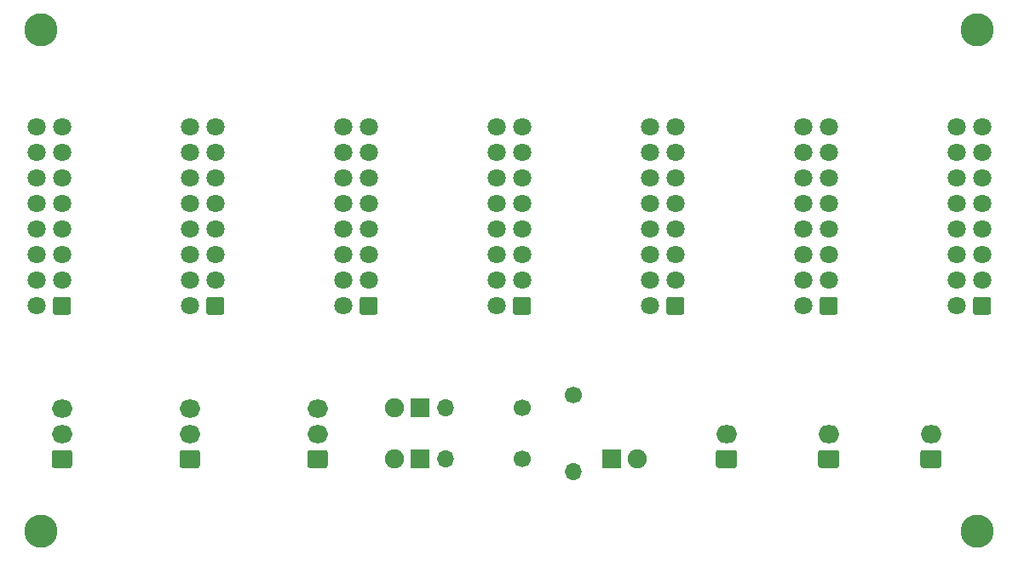
<source format=gbs>
G04 #@! TF.GenerationSoftware,KiCad,Pcbnew,(5.1.6)-1*
G04 #@! TF.CreationDate,2020-12-31T13:30:19+09:00*
G04 #@! TF.ProjectId,ERK01_PSU_EXT,45524b30-315f-4505-9355-5f4558542e6b,Ver.1.1*
G04 #@! TF.SameCoordinates,Original*
G04 #@! TF.FileFunction,Soldermask,Bot*
G04 #@! TF.FilePolarity,Negative*
%FSLAX46Y46*%
G04 Gerber Fmt 4.6, Leading zero omitted, Abs format (unit mm)*
G04 Created by KiCad (PCBNEW (5.1.6)-1) date 2020-12-31 13:30:19*
%MOMM*%
%LPD*%
G01*
G04 APERTURE LIST*
%ADD10C,3.300000*%
%ADD11O,1.700000X1.700000*%
%ADD12C,1.700000*%
%ADD13O,2.050000X1.800000*%
%ADD14O,2.100000X1.800000*%
%ADD15C,1.800000*%
%ADD16C,1.900000*%
%ADD17R,1.900000X1.900000*%
G04 APERTURE END LIST*
D10*
G04 #@! TO.C,H4*
X192580000Y-124000000D03*
G04 #@! TD*
G04 #@! TO.C,H3*
X99520000Y-124000000D03*
G04 #@! TD*
G04 #@! TO.C,H2*
X192580000Y-74120000D03*
G04 #@! TD*
G04 #@! TO.C,H1*
X99520000Y-74120000D03*
G04 #@! TD*
D11*
G04 #@! TO.C,R3*
X139700000Y-111760000D03*
D12*
X147320000Y-111760000D03*
G04 #@! TD*
D11*
G04 #@! TO.C,R2*
X139700000Y-116840000D03*
D12*
X147320000Y-116840000D03*
G04 #@! TD*
D11*
G04 #@! TO.C,R1*
X152400000Y-118110000D03*
D12*
X152400000Y-110490000D03*
G04 #@! TD*
D13*
G04 #@! TO.C,J15*
X127000000Y-111840000D03*
X127000000Y-114340000D03*
G36*
G01*
X127760294Y-117740000D02*
X126239706Y-117740000D01*
G75*
G02*
X125975000Y-117475294I0J264706D01*
G01*
X125975000Y-116204706D01*
G75*
G02*
X126239706Y-115940000I264706J0D01*
G01*
X127760294Y-115940000D01*
G75*
G02*
X128025000Y-116204706I0J-264706D01*
G01*
X128025000Y-117475294D01*
G75*
G02*
X127760294Y-117740000I-264706J0D01*
G01*
G37*
G04 #@! TD*
G04 #@! TO.C,J14*
X114300000Y-111840000D03*
X114300000Y-114340000D03*
G36*
G01*
X115060294Y-117740000D02*
X113539706Y-117740000D01*
G75*
G02*
X113275000Y-117475294I0J264706D01*
G01*
X113275000Y-116204706D01*
G75*
G02*
X113539706Y-115940000I264706J0D01*
G01*
X115060294Y-115940000D01*
G75*
G02*
X115325000Y-116204706I0J-264706D01*
G01*
X115325000Y-117475294D01*
G75*
G02*
X115060294Y-117740000I-264706J0D01*
G01*
G37*
G04 #@! TD*
G04 #@! TO.C,J13*
X101600000Y-111840000D03*
X101600000Y-114340000D03*
G36*
G01*
X102360294Y-117740000D02*
X100839706Y-117740000D01*
G75*
G02*
X100575000Y-117475294I0J264706D01*
G01*
X100575000Y-116204706D01*
G75*
G02*
X100839706Y-115940000I264706J0D01*
G01*
X102360294Y-115940000D01*
G75*
G02*
X102625000Y-116204706I0J-264706D01*
G01*
X102625000Y-117475294D01*
G75*
G02*
X102360294Y-117740000I-264706J0D01*
G01*
G37*
G04 #@! TD*
D14*
G04 #@! TO.C,J10*
X187960000Y-114340000D03*
G36*
G01*
X188745294Y-117740000D02*
X187174706Y-117740000D01*
G75*
G02*
X186910000Y-117475294I0J264706D01*
G01*
X186910000Y-116204706D01*
G75*
G02*
X187174706Y-115940000I264706J0D01*
G01*
X188745294Y-115940000D01*
G75*
G02*
X189010000Y-116204706I0J-264706D01*
G01*
X189010000Y-117475294D01*
G75*
G02*
X188745294Y-117740000I-264706J0D01*
G01*
G37*
G04 #@! TD*
G04 #@! TO.C,J9*
X177800000Y-114340000D03*
G36*
G01*
X178585294Y-117740000D02*
X177014706Y-117740000D01*
G75*
G02*
X176750000Y-117475294I0J264706D01*
G01*
X176750000Y-116204706D01*
G75*
G02*
X177014706Y-115940000I264706J0D01*
G01*
X178585294Y-115940000D01*
G75*
G02*
X178850000Y-116204706I0J-264706D01*
G01*
X178850000Y-117475294D01*
G75*
G02*
X178585294Y-117740000I-264706J0D01*
G01*
G37*
G04 #@! TD*
G04 #@! TO.C,J8*
X167640000Y-114340000D03*
G36*
G01*
X168425294Y-117740000D02*
X166854706Y-117740000D01*
G75*
G02*
X166590000Y-117475294I0J264706D01*
G01*
X166590000Y-116204706D01*
G75*
G02*
X166854706Y-115940000I264706J0D01*
G01*
X168425294Y-115940000D01*
G75*
G02*
X168690000Y-116204706I0J-264706D01*
G01*
X168690000Y-117475294D01*
G75*
G02*
X168425294Y-117740000I-264706J0D01*
G01*
G37*
G04 #@! TD*
D15*
G04 #@! TO.C,J7*
X190500000Y-83820000D03*
X190500000Y-86360000D03*
X190500000Y-88900000D03*
X190500000Y-91440000D03*
X190500000Y-93980000D03*
X190500000Y-96520000D03*
X190500000Y-99060000D03*
X190500000Y-101600000D03*
X193040000Y-83820000D03*
X193040000Y-86360000D03*
X193040000Y-88900000D03*
X193040000Y-91440000D03*
X193040000Y-93980000D03*
X193040000Y-96520000D03*
X193040000Y-99060000D03*
G36*
G01*
X193940000Y-100964706D02*
X193940000Y-102235294D01*
G75*
G02*
X193675294Y-102500000I-264706J0D01*
G01*
X192404706Y-102500000D01*
G75*
G02*
X192140000Y-102235294I0J264706D01*
G01*
X192140000Y-100964706D01*
G75*
G02*
X192404706Y-100700000I264706J0D01*
G01*
X193675294Y-100700000D01*
G75*
G02*
X193940000Y-100964706I0J-264706D01*
G01*
G37*
G04 #@! TD*
G04 #@! TO.C,J6*
X175260000Y-83820000D03*
X175260000Y-86360000D03*
X175260000Y-88900000D03*
X175260000Y-91440000D03*
X175260000Y-93980000D03*
X175260000Y-96520000D03*
X175260000Y-99060000D03*
X175260000Y-101600000D03*
X177800000Y-83820000D03*
X177800000Y-86360000D03*
X177800000Y-88900000D03*
X177800000Y-91440000D03*
X177800000Y-93980000D03*
X177800000Y-96520000D03*
X177800000Y-99060000D03*
G36*
G01*
X178700000Y-100964706D02*
X178700000Y-102235294D01*
G75*
G02*
X178435294Y-102500000I-264706J0D01*
G01*
X177164706Y-102500000D01*
G75*
G02*
X176900000Y-102235294I0J264706D01*
G01*
X176900000Y-100964706D01*
G75*
G02*
X177164706Y-100700000I264706J0D01*
G01*
X178435294Y-100700000D01*
G75*
G02*
X178700000Y-100964706I0J-264706D01*
G01*
G37*
G04 #@! TD*
G04 #@! TO.C,J5*
X160020000Y-83820000D03*
X160020000Y-86360000D03*
X160020000Y-88900000D03*
X160020000Y-91440000D03*
X160020000Y-93980000D03*
X160020000Y-96520000D03*
X160020000Y-99060000D03*
X160020000Y-101600000D03*
X162560000Y-83820000D03*
X162560000Y-86360000D03*
X162560000Y-88900000D03*
X162560000Y-91440000D03*
X162560000Y-93980000D03*
X162560000Y-96520000D03*
X162560000Y-99060000D03*
G36*
G01*
X163460000Y-100964706D02*
X163460000Y-102235294D01*
G75*
G02*
X163195294Y-102500000I-264706J0D01*
G01*
X161924706Y-102500000D01*
G75*
G02*
X161660000Y-102235294I0J264706D01*
G01*
X161660000Y-100964706D01*
G75*
G02*
X161924706Y-100700000I264706J0D01*
G01*
X163195294Y-100700000D01*
G75*
G02*
X163460000Y-100964706I0J-264706D01*
G01*
G37*
G04 #@! TD*
G04 #@! TO.C,J4*
X144780000Y-83820000D03*
X144780000Y-86360000D03*
X144780000Y-88900000D03*
X144780000Y-91440000D03*
X144780000Y-93980000D03*
X144780000Y-96520000D03*
X144780000Y-99060000D03*
X144780000Y-101600000D03*
X147320000Y-83820000D03*
X147320000Y-86360000D03*
X147320000Y-88900000D03*
X147320000Y-91440000D03*
X147320000Y-93980000D03*
X147320000Y-96520000D03*
X147320000Y-99060000D03*
G36*
G01*
X148220000Y-100964706D02*
X148220000Y-102235294D01*
G75*
G02*
X147955294Y-102500000I-264706J0D01*
G01*
X146684706Y-102500000D01*
G75*
G02*
X146420000Y-102235294I0J264706D01*
G01*
X146420000Y-100964706D01*
G75*
G02*
X146684706Y-100700000I264706J0D01*
G01*
X147955294Y-100700000D01*
G75*
G02*
X148220000Y-100964706I0J-264706D01*
G01*
G37*
G04 #@! TD*
G04 #@! TO.C,J3*
X129540000Y-83820000D03*
X129540000Y-86360000D03*
X129540000Y-88900000D03*
X129540000Y-91440000D03*
X129540000Y-93980000D03*
X129540000Y-96520000D03*
X129540000Y-99060000D03*
X129540000Y-101600000D03*
X132080000Y-83820000D03*
X132080000Y-86360000D03*
X132080000Y-88900000D03*
X132080000Y-91440000D03*
X132080000Y-93980000D03*
X132080000Y-96520000D03*
X132080000Y-99060000D03*
G36*
G01*
X132980000Y-100964706D02*
X132980000Y-102235294D01*
G75*
G02*
X132715294Y-102500000I-264706J0D01*
G01*
X131444706Y-102500000D01*
G75*
G02*
X131180000Y-102235294I0J264706D01*
G01*
X131180000Y-100964706D01*
G75*
G02*
X131444706Y-100700000I264706J0D01*
G01*
X132715294Y-100700000D01*
G75*
G02*
X132980000Y-100964706I0J-264706D01*
G01*
G37*
G04 #@! TD*
G04 #@! TO.C,J2*
X114300000Y-83820000D03*
X114300000Y-86360000D03*
X114300000Y-88900000D03*
X114300000Y-91440000D03*
X114300000Y-93980000D03*
X114300000Y-96520000D03*
X114300000Y-99060000D03*
X114300000Y-101600000D03*
X116840000Y-83820000D03*
X116840000Y-86360000D03*
X116840000Y-88900000D03*
X116840000Y-91440000D03*
X116840000Y-93980000D03*
X116840000Y-96520000D03*
X116840000Y-99060000D03*
G36*
G01*
X117740000Y-100964706D02*
X117740000Y-102235294D01*
G75*
G02*
X117475294Y-102500000I-264706J0D01*
G01*
X116204706Y-102500000D01*
G75*
G02*
X115940000Y-102235294I0J264706D01*
G01*
X115940000Y-100964706D01*
G75*
G02*
X116204706Y-100700000I264706J0D01*
G01*
X117475294Y-100700000D01*
G75*
G02*
X117740000Y-100964706I0J-264706D01*
G01*
G37*
G04 #@! TD*
G04 #@! TO.C,J1*
X99060000Y-83820000D03*
X99060000Y-86360000D03*
X99060000Y-88900000D03*
X99060000Y-91440000D03*
X99060000Y-93980000D03*
X99060000Y-96520000D03*
X99060000Y-99060000D03*
X99060000Y-101600000D03*
X101600000Y-83820000D03*
X101600000Y-86360000D03*
X101600000Y-88900000D03*
X101600000Y-91440000D03*
X101600000Y-93980000D03*
X101600000Y-96520000D03*
X101600000Y-99060000D03*
G36*
G01*
X102500000Y-100964706D02*
X102500000Y-102235294D01*
G75*
G02*
X102235294Y-102500000I-264706J0D01*
G01*
X100964706Y-102500000D01*
G75*
G02*
X100700000Y-102235294I0J264706D01*
G01*
X100700000Y-100964706D01*
G75*
G02*
X100964706Y-100700000I264706J0D01*
G01*
X102235294Y-100700000D01*
G75*
G02*
X102500000Y-100964706I0J-264706D01*
G01*
G37*
G04 #@! TD*
D16*
G04 #@! TO.C,D3*
X134620000Y-111760000D03*
D17*
X137160000Y-111760000D03*
G04 #@! TD*
D16*
G04 #@! TO.C,D2*
X134620000Y-116840000D03*
D17*
X137160000Y-116840000D03*
G04 #@! TD*
D16*
G04 #@! TO.C,D1*
X158750000Y-116840000D03*
D17*
X156210000Y-116840000D03*
G04 #@! TD*
M02*

</source>
